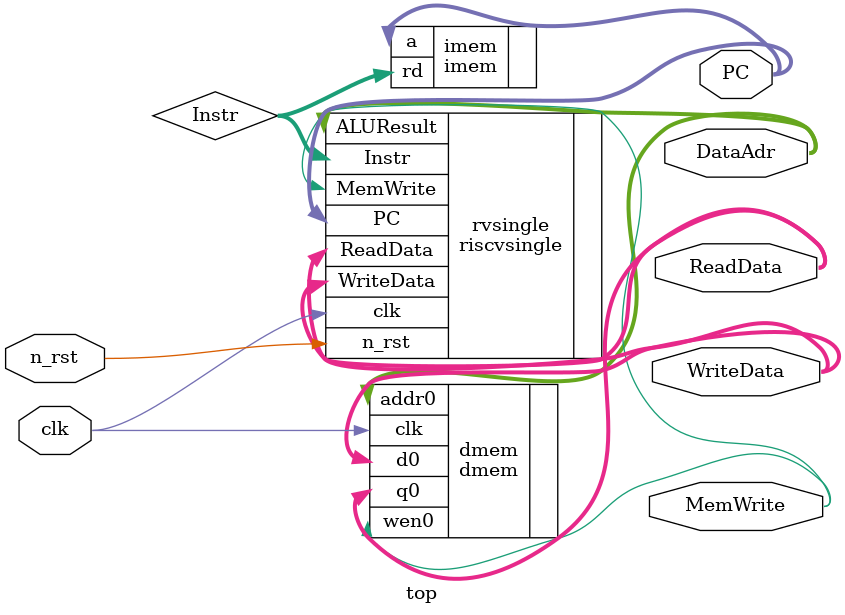
<source format=sv>
module top (
    clk,
    n_rst,
    WriteData,
    DataAdr,
    MemWrite,
	PC,
	ReadData
);

    input clk, n_rst;
    output [31:0] WriteData, DataAdr;
    output MemWrite;
	
	output [31:0] PC,ReadData;
    wire [31:0] Instr;

    riscvsingle rvsingle(
        .clk(clk),
        .n_rst(n_rst),
        .PC(PC),
        .Instr(Instr),
        .MemWrite(MemWrite),
        .ALUResult(DataAdr),
        .WriteData(WriteData),
        .ReadData(ReadData)
    );

    imem imem(
        .a(PC), 
        .rd(Instr)
    );

    dmem dmem(
        .clk(clk),
        .wen0(MemWrite),
        .addr0(DataAdr),
        .d0(WriteData),
        .q0(ReadData)
    );

endmodule

</source>
